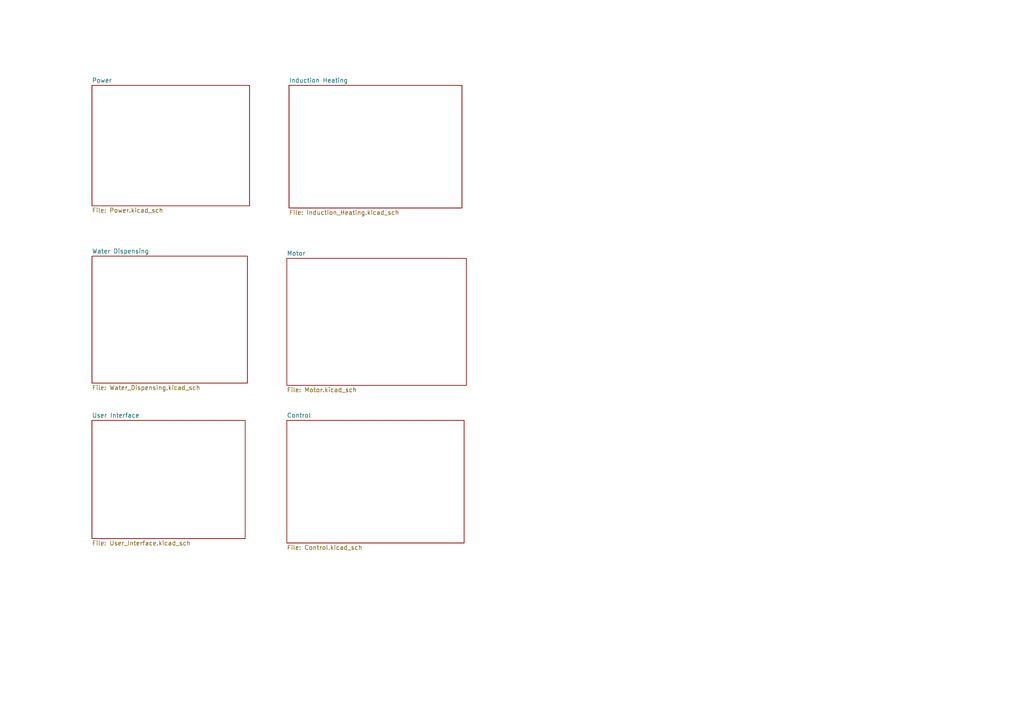
<source format=kicad_sch>
(kicad_sch (version 20230121) (generator eeschema)
  (paper "A4")
  (lib_symbols)
  (sheet (at 26.67 24.765) (size 45.72 34.925) (stroke (width 0.1524))
    (property "Sheetname" "Power" (at 26.67 24.0534 0) (effects (justify left bottom)))
    (property "Sheetfile" "Power.kicad_sch" (at 26.67 60.2746 0) (effects (justify left top)))
  )
  (sheet (at 83.185 121.92) (size 51.435 35.56) (stroke (width 0.1524))
    (property "Sheetname" "Control" (at 83.185 121.2084 0) (effects (justify left bottom)))
    (property "Sheetfile" "Control.kicad_sch" (at 83.185 158.0646 0) (effects (justify left top)))
  )
  (sheet (at 26.67 74.295) (size 45.085 36.83) (stroke (width 0.1524))
    (property "Sheetname" "Water Dispensing" (at 26.67 73.5834 0) (effects (justify left bottom)))
    (property "Sheetfile" "Water_Dispensing.kicad_sch" (at 26.67 111.7096 0) (effects (justify left top)))
  )
  (sheet (at 83.82 24.765) (size 50.165 35.56) (stroke (width 0.1524))
    (property "Sheetname" "Induction Heating" (at 83.82 24.0534 0) (effects (justify left bottom)))
    (property "Sheetfile" "Induction_Heating.kicad_sch" (at 83.82 60.9096 0) (effects (justify left top)))
  )
  (sheet (at 83.185 74.93) (size 52.07 36.83) (stroke (width 0.1524))
    (property "Sheetname" "Motor" (at 83.185 74.2184 0) (effects (justify left bottom)))
    (property "Sheetfile" "Motor.kicad_sch" (at 83.185 112.3446 0) (effects (justify left top)))
  )
  (sheet (at 26.67 121.92) (size 44.45 34.29) (stroke (width 0.1524))
    (property "Sheetname" "User Interface" (at 26.67 121.2084 0) (effects (justify left bottom)))
    (property "Sheetfile" "User_Interface.kicad_sch" (at 26.67 156.7946 0) (effects (justify left top)))
  )
)
</source>
